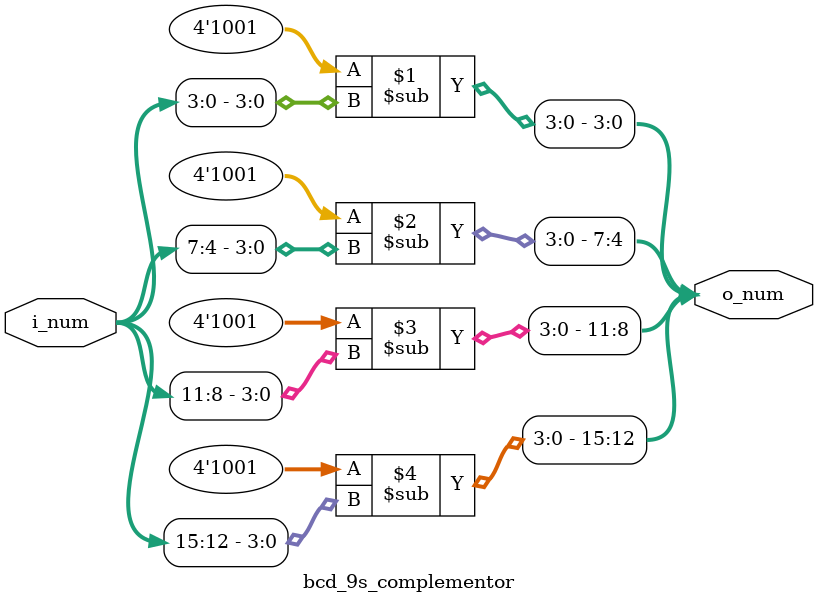
<source format=v>
`timescale 1ns / 1ps

module bcd_9s_complementor #(
    parameter NUM_DIGITS = 4
)(
    input wire  [4*NUM_DIGITS-1:0] i_num,
    output wire [4*NUM_DIGITS-1:0] o_num
);

    generate
        genvar n;

        for (n = 0; n < NUM_DIGITS; n = n + 1) begin
            assign o_num[4*n+:4] = (4'd9 - i_num[4*n+:4]);
        end
    endgenerate

endmodule

</source>
